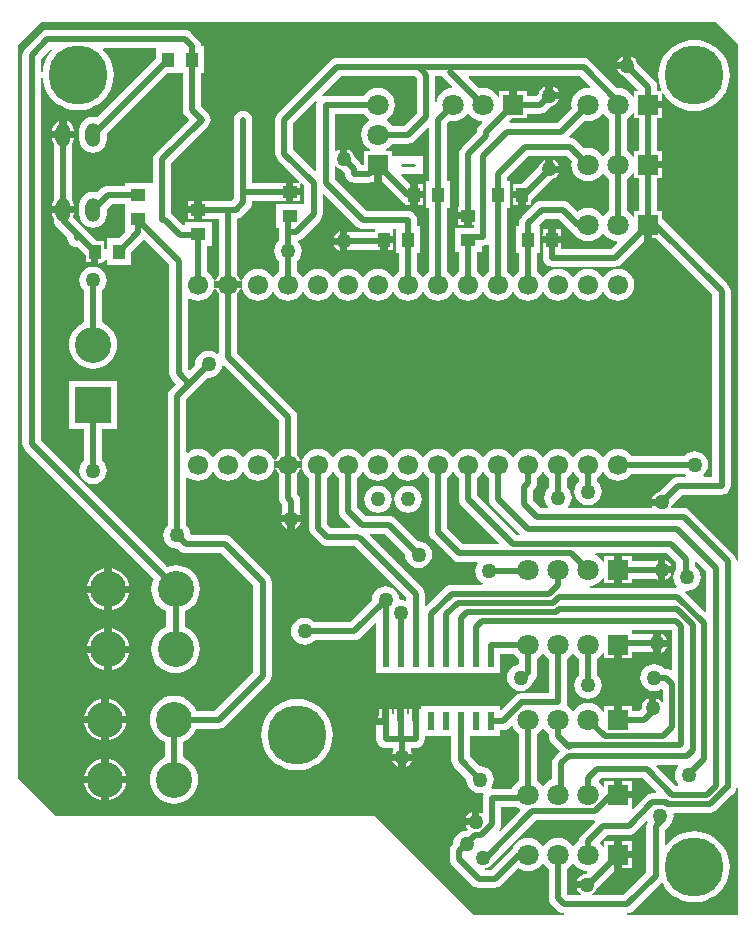
<source format=gbl>
G04 Layer_Physical_Order=2*
G04 Layer_Color=16711680*
%FSLAX24Y24*%
%MOIN*%
G70*
G01*
G75*
%ADD10R,0.0400X0.0500*%
%ADD11R,0.0500X0.0400*%
%ADD12C,0.0197*%
%ADD13C,0.0100*%
%ADD14C,0.1200*%
%ADD15C,0.1969*%
%ADD16C,0.0709*%
%ADD17R,0.0709X0.0709*%
%ADD18O,0.0500X0.0800*%
%ADD19R,0.0709X0.0709*%
%ADD20C,0.0669*%
%ADD21R,0.1200X0.1200*%
%ADD22C,0.0500*%
%ADD23R,0.0236X0.0606*%
G36*
X10489Y17286D02*
X10516Y17220D01*
X10605Y17105D01*
X10699Y17032D01*
Y15468D01*
X10605Y15395D01*
X10516Y15280D01*
X10483Y15201D01*
X9801D01*
X9788Y15214D01*
X9771Y15244D01*
X9793Y15273D01*
X9838Y15383D01*
X9854Y15500D01*
X9838Y15617D01*
X9793Y15727D01*
X9721Y15821D01*
X9627Y15893D01*
X9517Y15938D01*
X9400Y15954D01*
X9375Y15951D01*
X9051Y16275D01*
Y16947D01*
X10068D01*
Y17149D01*
X10168D01*
X10246Y17159D01*
X10319Y17189D01*
X10381Y17237D01*
X10440Y17296D01*
X10489Y17286D01*
D02*
G37*
G36*
X7533Y25730D02*
X7619Y25619D01*
X7699Y25557D01*
Y23750D01*
X7709Y23672D01*
X7739Y23600D01*
X7787Y23537D01*
X8484Y22840D01*
X8547Y22792D01*
X8619Y22762D01*
X8697Y22752D01*
X9308D01*
X9330Y22707D01*
X9307Y22677D01*
X9262Y22567D01*
X9246Y22450D01*
X9262Y22333D01*
X9307Y22223D01*
X9379Y22129D01*
X9473Y22057D01*
X9487Y22051D01*
X9477Y22001D01*
X8450D01*
X8372Y21991D01*
X8299Y21961D01*
X8237Y21913D01*
X7601Y21277D01*
X7551Y21297D01*
Y21700D01*
X7541Y21778D01*
X7511Y21851D01*
X7463Y21913D01*
X5723Y23653D01*
X5742Y23699D01*
X6225D01*
X6899Y23025D01*
X6896Y23000D01*
X6912Y22883D01*
X6957Y22773D01*
X7029Y22679D01*
X7123Y22607D01*
X7233Y22562D01*
X7350Y22546D01*
X7467Y22562D01*
X7577Y22607D01*
X7671Y22679D01*
X7743Y22773D01*
X7788Y22883D01*
X7804Y23000D01*
X7788Y23117D01*
X7743Y23227D01*
X7671Y23321D01*
X7577Y23393D01*
X7467Y23438D01*
X7350Y23454D01*
X7325Y23451D01*
X6563Y24213D01*
X6500Y24261D01*
X6428Y24291D01*
X6350Y24301D01*
X5575D01*
X5301Y24575D01*
Y25557D01*
X5381Y25619D01*
X5467Y25730D01*
X5475Y25750D01*
X5525D01*
X5533Y25730D01*
X5619Y25619D01*
X5730Y25533D01*
X5860Y25479D01*
X6000Y25461D01*
X6140Y25479D01*
X6270Y25533D01*
X6381Y25619D01*
X6467Y25730D01*
X6475Y25750D01*
X6525D01*
X6533Y25730D01*
X6619Y25619D01*
X6730Y25533D01*
X6860Y25479D01*
X7000Y25461D01*
X7140Y25479D01*
X7270Y25533D01*
X7381Y25619D01*
X7467Y25730D01*
X7475Y25750D01*
X7525D01*
X7533Y25730D01*
D02*
G37*
G36*
X14546Y35738D02*
Y35546D01*
X14699D01*
Y34454D01*
X14546D01*
Y34262D01*
X14496Y34252D01*
X14484Y34280D01*
X14395Y34395D01*
X14301Y34468D01*
Y35532D01*
X14395Y35605D01*
X14484Y35720D01*
X14496Y35748D01*
X14546Y35738D01*
D02*
G37*
G36*
X12456Y36118D02*
X12441Y36000D01*
X12460Y35855D01*
X12516Y35720D01*
X12605Y35605D01*
X12720Y35516D01*
X12855Y35460D01*
X13000Y35441D01*
X13145Y35460D01*
X13280Y35516D01*
X13395Y35605D01*
X13470Y35701D01*
X13478Y35705D01*
X13522D01*
X13530Y35701D01*
X13605Y35605D01*
X13699Y35532D01*
Y34468D01*
X13605Y34395D01*
X13530Y34299D01*
X13522Y34295D01*
X13478D01*
X13470Y34299D01*
X13395Y34395D01*
X13280Y34484D01*
X13145Y34540D01*
X13000Y34559D01*
X12855Y34540D01*
X12720Y34484D01*
X12647Y34428D01*
X12363Y34713D01*
X12300Y34761D01*
X12228Y34791D01*
X12150Y34801D01*
X11450D01*
X11372Y34791D01*
X11300Y34761D01*
X11237Y34713D01*
X10787Y34263D01*
X10739Y34200D01*
X10709Y34128D01*
X10699Y34050D01*
Y33950D01*
X10600D01*
Y33050D01*
X10699D01*
Y32443D01*
X10619Y32381D01*
X10533Y32270D01*
X10525Y32250D01*
X10475D01*
X10467Y32270D01*
X10381Y32381D01*
X10301Y32443D01*
Y34550D01*
X10400D01*
Y35450D01*
X10301D01*
Y35575D01*
X11025Y36299D01*
X12275D01*
X12456Y36118D01*
D02*
G37*
G36*
X15279Y15096D02*
X15260Y15049D01*
X15148D01*
X15071Y15039D01*
X14998Y15009D01*
X14936Y14961D01*
X14493Y14519D01*
X14454Y14551D01*
Y14880D01*
X14000D01*
Y15000D01*
X13880D01*
Y15454D01*
X13546D01*
Y15262D01*
X13496Y15252D01*
X13484Y15280D01*
X13395Y15395D01*
X13355Y15426D01*
X13352Y15476D01*
X13425Y15549D01*
X14825D01*
X15279Y15096D01*
D02*
G37*
G36*
X13533Y25730D02*
X13619Y25619D01*
X13730Y25533D01*
X13860Y25479D01*
X14000Y25461D01*
X14140Y25479D01*
X14270Y25533D01*
X14381Y25619D01*
X14443Y25699D01*
X16214D01*
X16229Y25679D01*
X16266Y25651D01*
X16249Y25601D01*
X16000D01*
X15922Y25591D01*
X15849Y25561D01*
X15787Y25513D01*
X15366Y25092D01*
X15359Y25091D01*
X15273Y25056D01*
X15200Y25000D01*
X15144Y24927D01*
X15121Y24870D01*
X15450D01*
Y24630D01*
X15121D01*
X15133Y24601D01*
X15101Y24551D01*
X12362D01*
X12338Y24601D01*
X12393Y24673D01*
X12438Y24783D01*
X12454Y24900D01*
X12438Y25017D01*
X12393Y25127D01*
X12321Y25221D01*
X12301Y25236D01*
Y25557D01*
X12381Y25619D01*
X12467Y25730D01*
X12475Y25750D01*
X12525D01*
X12533Y25730D01*
X12619Y25619D01*
X12699Y25557D01*
Y25436D01*
X12679Y25421D01*
X12607Y25327D01*
X12562Y25217D01*
X12546Y25100D01*
X12562Y24983D01*
X12607Y24873D01*
X12679Y24779D01*
X12773Y24707D01*
X12883Y24662D01*
X13000Y24646D01*
X13117Y24662D01*
X13227Y24707D01*
X13321Y24779D01*
X13393Y24873D01*
X13438Y24983D01*
X13454Y25100D01*
X13438Y25217D01*
X13393Y25327D01*
X13321Y25421D01*
X13301Y25436D01*
Y25557D01*
X13381Y25619D01*
X13467Y25730D01*
X13475Y25750D01*
X13525D01*
X13533Y25730D01*
D02*
G37*
G36*
X7699Y37208D02*
Y35450D01*
X7600D01*
Y34550D01*
X7699D01*
Y32443D01*
X7619Y32381D01*
X7533Y32270D01*
X7525Y32250D01*
X7475D01*
X7467Y32270D01*
X7381Y32381D01*
X7301Y32443D01*
Y33050D01*
X7400D01*
Y33950D01*
X7301D01*
Y34150D01*
X7291Y34228D01*
X7261Y34300D01*
X7213Y34363D01*
X7150Y34411D01*
X7078Y34441D01*
X7000Y34451D01*
X5625D01*
X4551Y35525D01*
Y35937D01*
X4582Y35947D01*
X4601Y35950D01*
X4673Y35894D01*
X4759Y35859D01*
X4766Y35858D01*
X4899Y35725D01*
Y35700D01*
X4909Y35622D01*
X4939Y35549D01*
X4987Y35487D01*
X5049Y35439D01*
X5122Y35409D01*
X5200Y35399D01*
X5700D01*
X5778Y35409D01*
X5850Y35439D01*
X5880Y35462D01*
Y36000D01*
X6120D01*
Y35454D01*
X6787Y34787D01*
X6849Y34739D01*
X6900Y34718D01*
Y34650D01*
X7080D01*
Y35000D01*
Y35350D01*
X7076D01*
X6772Y35654D01*
X6791Y35700D01*
X7500D01*
Y36300D01*
X6500D01*
X6500Y36300D01*
Y36300D01*
X6500Y36300D01*
X6454Y36310D01*
Y36454D01*
X6262D01*
X6252Y36504D01*
X6280Y36516D01*
X6395Y36605D01*
X6468Y36699D01*
X7000D01*
X7078Y36709D01*
X7150Y36739D01*
X7213Y36787D01*
X7653Y37227D01*
X7699Y37208D01*
D02*
G37*
G36*
X15949Y22725D02*
Y22532D01*
X15907Y22477D01*
X15862Y22367D01*
X15846Y22250D01*
X15862Y22133D01*
X15907Y22023D01*
X15962Y21951D01*
X15938Y21901D01*
X13080D01*
X13077Y21951D01*
X13145Y21960D01*
X13280Y22016D01*
X13395Y22105D01*
X13484Y22220D01*
X13496Y22248D01*
X13546Y22238D01*
Y22046D01*
X13880D01*
Y22500D01*
Y22954D01*
X13546D01*
Y22762D01*
X13496Y22752D01*
X13484Y22780D01*
X13395Y22895D01*
X13280Y22984D01*
X13245Y22999D01*
X13255Y23049D01*
X15626D01*
X15949Y22725D01*
D02*
G37*
G36*
X4533Y25730D02*
X4619Y25619D01*
X4699Y25557D01*
Y24450D01*
X4709Y24372D01*
X4739Y24299D01*
X4787Y24237D01*
X5080Y23944D01*
X5061Y23898D01*
X4425D01*
X4301Y24022D01*
Y25557D01*
X4381Y25619D01*
X4467Y25730D01*
X4475Y25750D01*
X4525D01*
X4533Y25730D01*
D02*
G37*
G36*
X15802Y19178D02*
X15757Y19155D01*
X15750Y19161D01*
X15678Y19191D01*
X15600Y19201D01*
X15536D01*
X15521Y19221D01*
X15427Y19293D01*
X15317Y19338D01*
X15200Y19354D01*
X15083Y19338D01*
X14973Y19293D01*
X14879Y19221D01*
X14807Y19127D01*
X14762Y19017D01*
X14746Y18900D01*
X14762Y18783D01*
X14807Y18673D01*
X14879Y18579D01*
X14973Y18507D01*
X15083Y18462D01*
X15200Y18446D01*
X15317Y18462D01*
X15427Y18507D01*
X15454Y18528D01*
X15499Y18506D01*
Y18099D01*
X15484Y18091D01*
X15449Y18085D01*
X15400Y18150D01*
X15327Y18206D01*
X15270Y18229D01*
Y17900D01*
X15030D01*
Y18229D01*
X14973Y18206D01*
X14900Y18150D01*
X14844Y18077D01*
X14809Y17991D01*
X14797Y17900D01*
X14800Y17876D01*
X14725Y17801D01*
X14454D01*
Y17954D01*
X14120D01*
Y17500D01*
X13880D01*
Y17954D01*
X13546D01*
Y17762D01*
X13496Y17752D01*
X13484Y17780D01*
X13395Y17895D01*
X13280Y17984D01*
X13145Y18040D01*
X13000Y18059D01*
X12855Y18040D01*
X12720Y17984D01*
X12605Y17895D01*
X12530Y17799D01*
X12522Y17795D01*
X12478D01*
X12470Y17799D01*
X12395Y17895D01*
X12283Y17982D01*
X12291Y18002D01*
X12301Y18080D01*
Y19532D01*
X12395Y19605D01*
X12470Y19701D01*
X12478Y19705D01*
X12522D01*
X12530Y19701D01*
X12605Y19605D01*
X12699Y19532D01*
Y18986D01*
X12679Y18971D01*
X12607Y18877D01*
X12562Y18767D01*
X12546Y18650D01*
X12562Y18533D01*
X12607Y18423D01*
X12679Y18329D01*
X12773Y18257D01*
X12883Y18212D01*
X13000Y18196D01*
X13117Y18212D01*
X13227Y18257D01*
X13321Y18329D01*
X13393Y18423D01*
X13438Y18533D01*
X13454Y18650D01*
X13438Y18767D01*
X13393Y18877D01*
X13321Y18971D01*
X13301Y18986D01*
Y19532D01*
X13395Y19605D01*
X13484Y19720D01*
X13496Y19748D01*
X13546Y19738D01*
Y19546D01*
X13880D01*
Y20000D01*
X14120D01*
Y19546D01*
X14454D01*
Y19749D01*
X15117D01*
X15123Y19744D01*
X15180Y19721D01*
Y20050D01*
Y20379D01*
X15123Y20356D01*
X15117Y20351D01*
X14454D01*
Y20454D01*
X14454D01*
X14467Y20499D01*
X15802D01*
Y19178D01*
D02*
G37*
G36*
X5287Y33937D02*
X5350Y33889D01*
X5422Y33859D01*
X5500Y33849D01*
X5900D01*
Y33751D01*
X5033D01*
X5027Y33756D01*
X4970Y33779D01*
Y33450D01*
Y33121D01*
X5027Y33144D01*
X5033Y33149D01*
X6080D01*
Y33500D01*
X6200D01*
Y33620D01*
X6500D01*
Y33849D01*
X6600D01*
Y33050D01*
X6699D01*
Y32443D01*
X6619Y32381D01*
X6533Y32270D01*
X6525Y32250D01*
X6475D01*
X6467Y32270D01*
X6381Y32381D01*
X6270Y32467D01*
X6140Y32521D01*
X6000Y32539D01*
X5860Y32521D01*
X5730Y32467D01*
X5619Y32381D01*
X5533Y32270D01*
X5525Y32250D01*
X5475D01*
X5467Y32270D01*
X5381Y32381D01*
X5270Y32467D01*
X5140Y32521D01*
X5000Y32539D01*
X4860Y32521D01*
X4730Y32467D01*
X4619Y32381D01*
X4533Y32270D01*
X4525Y32250D01*
X4475D01*
X4467Y32270D01*
X4381Y32381D01*
X4270Y32467D01*
X4140Y32521D01*
X4000Y32539D01*
X3860Y32521D01*
X3730Y32467D01*
X3619Y32381D01*
X3533Y32270D01*
X3525Y32250D01*
X3475D01*
X3467Y32270D01*
X3381Y32381D01*
X3301Y32443D01*
Y32789D01*
X3321Y32804D01*
X3393Y32898D01*
X3438Y33008D01*
X3454Y33125D01*
X3438Y33242D01*
X3393Y33352D01*
X3346Y33413D01*
X3363Y33474D01*
X3401Y33489D01*
X3463Y33537D01*
X4063Y34137D01*
X4111Y34200D01*
X4141Y34272D01*
X4151Y34350D01*
Y35008D01*
X4197Y35027D01*
X5287Y33937D01*
D02*
G37*
G36*
X9699Y33320D02*
Y32443D01*
X9619Y32381D01*
X9533Y32270D01*
X9525Y32250D01*
X9475D01*
X9467Y32270D01*
X9381Y32381D01*
X9301Y32443D01*
Y33100D01*
X9450D01*
Y33299D01*
X9500D01*
X9578Y33309D01*
X9650Y33339D01*
X9654Y33342D01*
X9699Y33320D01*
D02*
G37*
G36*
X16012Y15949D02*
X15957Y15877D01*
X15912Y15767D01*
X15896Y15650D01*
X15912Y15533D01*
X15957Y15423D01*
X16012Y15351D01*
X15988Y15301D01*
X15925D01*
X15273Y15953D01*
X15292Y15999D01*
X15988D01*
X16012Y15949D01*
D02*
G37*
G36*
X11530Y17201D02*
X11605Y17105D01*
X11699Y17032D01*
Y16947D01*
X11709Y16869D01*
X11739Y16796D01*
X11787Y16734D01*
X12073Y16448D01*
X11887Y16263D01*
X11839Y16200D01*
X11809Y16128D01*
X11799Y16050D01*
Y15517D01*
X11720Y15484D01*
X11605Y15395D01*
X11530Y15299D01*
X11522Y15295D01*
X11478D01*
X11470Y15299D01*
X11395Y15395D01*
X11301Y15468D01*
Y17032D01*
X11395Y17105D01*
X11470Y17201D01*
X11478Y17205D01*
X11522D01*
X11530Y17201D01*
D02*
G37*
G36*
X9533Y25730D02*
X9619Y25619D01*
X9699Y25557D01*
Y24850D01*
X9709Y24772D01*
X9739Y24699D01*
X9787Y24637D01*
X10728Y23697D01*
X10708Y23651D01*
X10625D01*
X9301Y24975D01*
Y25557D01*
X9381Y25619D01*
X9467Y25730D01*
X9475Y25750D01*
X9525D01*
X9533Y25730D01*
D02*
G37*
G36*
X8533D02*
X8619Y25619D01*
X8699Y25557D01*
Y24850D01*
X8709Y24772D01*
X8739Y24699D01*
X8787Y24637D01*
X10024Y23400D01*
X10005Y23354D01*
X8822D01*
X8301Y23875D01*
Y25557D01*
X8381Y25619D01*
X8467Y25730D01*
X8475Y25750D01*
X8525D01*
X8533Y25730D01*
D02*
G37*
G36*
X13530Y37701D02*
X13605Y37605D01*
X13699Y37532D01*
Y36468D01*
X13605Y36395D01*
X13530Y36299D01*
X13522Y36295D01*
X13478D01*
X13470Y36299D01*
X13395Y36395D01*
X13280Y36484D01*
X13145Y36540D01*
X13000Y36559D01*
X12882Y36544D01*
X12613Y36813D01*
X12550Y36861D01*
X12478Y36891D01*
X12400Y36901D01*
X12392D01*
X12373Y36947D01*
X12882Y37456D01*
X13000Y37441D01*
X13145Y37460D01*
X13280Y37516D01*
X13395Y37605D01*
X13470Y37701D01*
X13478Y37705D01*
X13522D01*
X13530Y37701D01*
D02*
G37*
G36*
X18000Y40000D02*
Y22800D01*
X17950Y22797D01*
X17941Y22868D01*
X17911Y22940D01*
X17863Y23002D01*
X16402Y24463D01*
X16340Y24511D01*
X16268Y24541D01*
X16190Y24551D01*
X15799D01*
X15767Y24601D01*
X15791Y24659D01*
X15792Y24666D01*
X16125Y24999D01*
X17450D01*
X17528Y25009D01*
X17601Y25039D01*
X17663Y25087D01*
X17711Y25150D01*
X17741Y25222D01*
X17751Y25300D01*
Y31790D01*
X17741Y31868D01*
X17711Y31941D01*
X17663Y32003D01*
X15454Y34211D01*
Y34454D01*
X15301D01*
Y35546D01*
X15454D01*
Y35880D01*
X15000D01*
Y36120D01*
X15454D01*
Y36454D01*
X15301D01*
Y37546D01*
X15454D01*
Y37880D01*
X15000D01*
Y38120D01*
X15454D01*
Y38378D01*
X15504Y38392D01*
X15574Y38278D01*
X15695Y38136D01*
X15837Y38015D01*
X15996Y37918D01*
X16168Y37847D01*
X16350Y37803D01*
X16535Y37788D01*
X16721Y37803D01*
X16903Y37847D01*
X17075Y37918D01*
X17234Y38015D01*
X17375Y38136D01*
X17496Y38278D01*
X17594Y38437D01*
X17665Y38609D01*
X17709Y38791D01*
X17723Y38976D01*
X17709Y39162D01*
X17665Y39343D01*
X17594Y39516D01*
X17496Y39675D01*
X17375Y39816D01*
X17234Y39937D01*
X17075Y40035D01*
X16903Y40106D01*
X16721Y40150D01*
X16535Y40164D01*
X16350Y40150D01*
X16168Y40106D01*
X15996Y40035D01*
X15837Y39937D01*
X15695Y39816D01*
X15574Y39675D01*
X15477Y39516D01*
X15406Y39343D01*
X15362Y39162D01*
X15348Y38976D01*
X15362Y38791D01*
X15406Y38609D01*
X15449Y38504D01*
X15416Y38454D01*
X15301D01*
Y38600D01*
X15291Y38678D01*
X15261Y38751D01*
X15213Y38813D01*
X14642Y39384D01*
X14641Y39391D01*
X14606Y39477D01*
X14550Y39550D01*
X14477Y39606D01*
X14420Y39629D01*
Y39300D01*
X14300D01*
Y39180D01*
X13971D01*
X13994Y39123D01*
X14050Y39050D01*
X14123Y38994D01*
X14209Y38959D01*
X14216Y38958D01*
X14670Y38504D01*
X14649Y38454D01*
X14546D01*
Y38262D01*
X14496Y38252D01*
X14484Y38280D01*
X14395Y38395D01*
X14280Y38484D01*
X14145Y38540D01*
X14000Y38559D01*
X13970Y38555D01*
X13063Y39463D01*
X13001Y39511D01*
X12928Y39541D01*
X12850Y39551D01*
X4628D01*
X4550Y39541D01*
X4477Y39511D01*
X4415Y39463D01*
X2665Y37713D01*
X2617Y37650D01*
X2587Y37578D01*
X2577Y37500D01*
Y36372D01*
X2587Y36294D01*
X2617Y36222D01*
X2665Y36159D01*
X3374Y35450D01*
X3354Y35400D01*
X3170D01*
Y35220D01*
X3400D01*
Y35354D01*
X3450Y35374D01*
X3549Y35275D01*
Y34702D01*
X3500Y34700D01*
X3500Y34700D01*
X3500Y34700D01*
X2600D01*
Y33900D01*
X2699D01*
Y33461D01*
X2679Y33446D01*
X2607Y33352D01*
X2562Y33242D01*
X2546Y33125D01*
X2562Y33008D01*
X2607Y32898D01*
X2679Y32804D01*
X2699Y32789D01*
Y32443D01*
X2619Y32381D01*
X2533Y32270D01*
X2525Y32250D01*
X2475D01*
X2467Y32270D01*
X2381Y32381D01*
X2270Y32467D01*
X2140Y32521D01*
X2000Y32539D01*
X1860Y32521D01*
X1730Y32467D01*
X1619Y32381D01*
X1533Y32270D01*
X1479Y32140D01*
X1475Y32107D01*
X1475D01*
X1461Y32000D01*
X1475Y31893D01*
X1475D01*
X1479Y31860D01*
X1533Y31730D01*
X1619Y31619D01*
X1730Y31533D01*
X1860Y31479D01*
X2000Y31461D01*
X2140Y31479D01*
X2270Y31533D01*
X2381Y31619D01*
X2467Y31730D01*
X2475Y31750D01*
X2525D01*
X2533Y31730D01*
X2619Y31619D01*
X2730Y31533D01*
X2860Y31479D01*
X3000Y31461D01*
X3140Y31479D01*
X3270Y31533D01*
X3381Y31619D01*
X3467Y31730D01*
X3475Y31750D01*
X3525D01*
X3533Y31730D01*
X3619Y31619D01*
X3730Y31533D01*
X3860Y31479D01*
X4000Y31461D01*
X4140Y31479D01*
X4270Y31533D01*
X4381Y31619D01*
X4467Y31730D01*
X4475Y31750D01*
X4525D01*
X4533Y31730D01*
X4619Y31619D01*
X4730Y31533D01*
X4860Y31479D01*
X5000Y31461D01*
X5140Y31479D01*
X5270Y31533D01*
X5381Y31619D01*
X5467Y31730D01*
X5475Y31750D01*
X5525D01*
X5533Y31730D01*
X5619Y31619D01*
X5730Y31533D01*
X5860Y31479D01*
X6000Y31461D01*
X6140Y31479D01*
X6270Y31533D01*
X6381Y31619D01*
X6467Y31730D01*
X6475Y31750D01*
X6525D01*
X6533Y31730D01*
X6619Y31619D01*
X6730Y31533D01*
X6860Y31479D01*
X7000Y31461D01*
X7140Y31479D01*
X7270Y31533D01*
X7381Y31619D01*
X7467Y31730D01*
X7475Y31750D01*
X7525D01*
X7533Y31730D01*
X7619Y31619D01*
X7730Y31533D01*
X7860Y31479D01*
X8000Y31461D01*
X8140Y31479D01*
X8270Y31533D01*
X8381Y31619D01*
X8467Y31730D01*
X8475Y31750D01*
X8525D01*
X8533Y31730D01*
X8619Y31619D01*
X8730Y31533D01*
X8860Y31479D01*
X9000Y31461D01*
X9140Y31479D01*
X9270Y31533D01*
X9381Y31619D01*
X9467Y31730D01*
X9475Y31750D01*
X9525D01*
X9533Y31730D01*
X9619Y31619D01*
X9730Y31533D01*
X9860Y31479D01*
X10000Y31461D01*
X10140Y31479D01*
X10270Y31533D01*
X10381Y31619D01*
X10467Y31730D01*
X10475Y31750D01*
X10525D01*
X10533Y31730D01*
X10619Y31619D01*
X10730Y31533D01*
X10860Y31479D01*
X11000Y31461D01*
X11140Y31479D01*
X11270Y31533D01*
X11381Y31619D01*
X11467Y31730D01*
X11475Y31750D01*
X11525D01*
X11533Y31730D01*
X11619Y31619D01*
X11730Y31533D01*
X11860Y31479D01*
X12000Y31461D01*
X12140Y31479D01*
X12270Y31533D01*
X12381Y31619D01*
X12467Y31730D01*
X12475Y31750D01*
X12525D01*
X12533Y31730D01*
X12619Y31619D01*
X12730Y31533D01*
X12860Y31479D01*
X13000Y31461D01*
X13140Y31479D01*
X13270Y31533D01*
X13381Y31619D01*
X13467Y31730D01*
X13475Y31750D01*
X13525D01*
X13533Y31730D01*
X13619Y31619D01*
X13730Y31533D01*
X13860Y31479D01*
X14000Y31461D01*
X14140Y31479D01*
X14270Y31533D01*
X14381Y31619D01*
X14467Y31730D01*
X14521Y31860D01*
X14539Y32000D01*
X14521Y32140D01*
X14467Y32270D01*
X14381Y32381D01*
X14270Y32467D01*
X14140Y32521D01*
X14000Y32539D01*
X13860Y32521D01*
X13730Y32467D01*
X13619Y32381D01*
X13533Y32270D01*
X13525Y32250D01*
X13475D01*
X13467Y32270D01*
X13381Y32381D01*
X13270Y32467D01*
X13140Y32521D01*
X13000Y32539D01*
X12860Y32521D01*
X12730Y32467D01*
X12619Y32381D01*
X12533Y32270D01*
X12525Y32250D01*
X12475D01*
X12467Y32270D01*
X12381Y32381D01*
X12270Y32467D01*
X12140Y32521D01*
X12000Y32539D01*
X11860Y32521D01*
X11730Y32467D01*
X11619Y32381D01*
X11533Y32270D01*
X11525Y32250D01*
X11475D01*
X11467Y32270D01*
X11381Y32381D01*
X11301Y32443D01*
Y33050D01*
X11400D01*
Y33539D01*
X11400Y33539D01*
Y33561D01*
X11400Y33561D01*
Y33950D01*
X11391D01*
X11372Y33996D01*
X11575Y34199D01*
X12025D01*
X12437Y33787D01*
X12500Y33739D01*
X12510Y33735D01*
X12516Y33720D01*
X12605Y33605D01*
X12720Y33516D01*
X12855Y33460D01*
X13000Y33441D01*
X13145Y33460D01*
X13280Y33516D01*
X13395Y33605D01*
X13470Y33701D01*
X13478Y33705D01*
X13522D01*
X13530Y33701D01*
X13605Y33605D01*
X13720Y33516D01*
X13855Y33460D01*
X13951Y33447D01*
X13969Y33395D01*
X13775Y33201D01*
X12101D01*
Y33380D01*
X11499D01*
Y32900D01*
X11509Y32822D01*
X11539Y32750D01*
X11587Y32687D01*
X11650Y32639D01*
X11722Y32609D01*
X11800Y32599D01*
X13900D01*
X13978Y32609D01*
X14051Y32639D01*
X14113Y32687D01*
X14880Y33454D01*
Y34000D01*
X15120D01*
Y33546D01*
X15269D01*
X17149Y31665D01*
Y25601D01*
X16851D01*
X16834Y25651D01*
X16871Y25679D01*
X16943Y25773D01*
X16988Y25883D01*
X17004Y26000D01*
X16988Y26117D01*
X16943Y26227D01*
X16871Y26321D01*
X16777Y26393D01*
X16667Y26438D01*
X16550Y26454D01*
X16433Y26438D01*
X16323Y26393D01*
X16229Y26321D01*
X16214Y26301D01*
X14443D01*
X14381Y26381D01*
X14270Y26467D01*
X14140Y26521D01*
X14000Y26539D01*
X13860Y26521D01*
X13730Y26467D01*
X13619Y26381D01*
X13533Y26270D01*
X13525Y26250D01*
X13475D01*
X13467Y26270D01*
X13381Y26381D01*
X13270Y26467D01*
X13140Y26521D01*
X13000Y26539D01*
X12860Y26521D01*
X12730Y26467D01*
X12619Y26381D01*
X12533Y26270D01*
X12525Y26250D01*
X12475D01*
X12467Y26270D01*
X12381Y26381D01*
X12270Y26467D01*
X12140Y26521D01*
X12000Y26539D01*
X11860Y26521D01*
X11730Y26467D01*
X11619Y26381D01*
X11533Y26270D01*
X11525Y26250D01*
X11475D01*
X11467Y26270D01*
X11381Y26381D01*
X11270Y26467D01*
X11140Y26521D01*
X11000Y26539D01*
X10860Y26521D01*
X10730Y26467D01*
X10619Y26381D01*
X10533Y26270D01*
X10525Y26250D01*
X10475D01*
X10467Y26270D01*
X10381Y26381D01*
X10270Y26467D01*
X10140Y26521D01*
X10000Y26539D01*
X9860Y26521D01*
X9730Y26467D01*
X9619Y26381D01*
X9533Y26270D01*
X9525Y26250D01*
X9475D01*
X9467Y26270D01*
X9381Y26381D01*
X9270Y26467D01*
X9140Y26521D01*
X9000Y26539D01*
X8860Y26521D01*
X8730Y26467D01*
X8619Y26381D01*
X8533Y26270D01*
X8525Y26250D01*
X8475D01*
X8467Y26270D01*
X8381Y26381D01*
X8270Y26467D01*
X8140Y26521D01*
X8000Y26539D01*
X7860Y26521D01*
X7730Y26467D01*
X7619Y26381D01*
X7533Y26270D01*
X7525Y26250D01*
X7475D01*
X7467Y26270D01*
X7381Y26381D01*
X7270Y26467D01*
X7140Y26521D01*
X7000Y26539D01*
X6860Y26521D01*
X6730Y26467D01*
X6619Y26381D01*
X6533Y26270D01*
X6525Y26250D01*
X6475D01*
X6467Y26270D01*
X6381Y26381D01*
X6270Y26467D01*
X6140Y26521D01*
X6000Y26539D01*
X5860Y26521D01*
X5730Y26467D01*
X5619Y26381D01*
X5533Y26270D01*
X5525Y26250D01*
X5475D01*
X5467Y26270D01*
X5381Y26381D01*
X5270Y26467D01*
X5140Y26521D01*
X5000Y26539D01*
X4860Y26521D01*
X4730Y26467D01*
X4619Y26381D01*
X4533Y26270D01*
X4525Y26250D01*
X4475D01*
X4467Y26270D01*
X4381Y26381D01*
X4270Y26467D01*
X4140Y26521D01*
X4000Y26539D01*
X3860Y26521D01*
X3730Y26467D01*
X3619Y26381D01*
X3533Y26270D01*
X3479Y26140D01*
X3475Y26107D01*
X3475D01*
X3461Y26000D01*
X3475Y25893D01*
X3475D01*
X3479Y25860D01*
X3533Y25730D01*
X3619Y25619D01*
X3699Y25557D01*
Y23897D01*
X3709Y23819D01*
X3739Y23746D01*
X3787Y23684D01*
X4087Y23384D01*
X4150Y23336D01*
X4222Y23306D01*
X4300Y23296D01*
X5211D01*
X5219Y23289D01*
X5246Y23278D01*
X6949Y21575D01*
Y21500D01*
X6907Y21472D01*
X6867Y21488D01*
X6750Y21504D01*
X6698Y21547D01*
X6688Y21617D01*
X6643Y21727D01*
X6571Y21821D01*
X6477Y21893D01*
X6367Y21938D01*
X6250Y21954D01*
X6133Y21938D01*
X6023Y21893D01*
X5929Y21821D01*
X5857Y21727D01*
X5812Y21617D01*
X5796Y21500D01*
X5799Y21475D01*
X5075Y20751D01*
X3886D01*
X3871Y20771D01*
X3777Y20843D01*
X3667Y20888D01*
X3550Y20904D01*
X3433Y20888D01*
X3323Y20843D01*
X3229Y20771D01*
X3157Y20677D01*
X3112Y20567D01*
X3096Y20450D01*
X3112Y20333D01*
X3157Y20223D01*
X3229Y20129D01*
X3323Y20057D01*
X3433Y20012D01*
X3550Y19996D01*
X3667Y20012D01*
X3777Y20057D01*
X3871Y20129D01*
X3886Y20149D01*
X5200D01*
X5278Y20159D01*
X5350Y20189D01*
X5413Y20237D01*
X5903Y20727D01*
X5949Y20708D01*
Y20053D01*
X5932D01*
Y19047D01*
X10068D01*
Y19699D01*
X10532D01*
X10605Y19605D01*
X10699Y19532D01*
Y19347D01*
X10633Y19338D01*
X10523Y19293D01*
X10429Y19221D01*
X10357Y19127D01*
X10312Y19017D01*
X10296Y18900D01*
X10312Y18783D01*
X10357Y18673D01*
X10429Y18579D01*
X10523Y18507D01*
X10633Y18462D01*
X10750Y18446D01*
X10867Y18462D01*
X10977Y18507D01*
X11071Y18579D01*
X11143Y18673D01*
X11188Y18783D01*
X11194Y18822D01*
X11213Y18837D01*
X11261Y18900D01*
X11291Y18972D01*
X11301Y19050D01*
Y19532D01*
X11395Y19605D01*
X11470Y19701D01*
X11478Y19705D01*
X11522D01*
X11530Y19701D01*
X11605Y19605D01*
X11699Y19532D01*
Y18381D01*
X10771D01*
X10693Y18370D01*
X10621Y18340D01*
X10558Y18293D01*
X10510Y18230D01*
X10502Y18209D01*
X10114Y17822D01*
X10068Y17841D01*
Y17953D01*
X7432D01*
Y17853D01*
X7370D01*
Y17450D01*
X7130D01*
Y17853D01*
X7032D01*
Y17701D01*
X6982Y17680D01*
X6968Y17694D01*
Y17853D01*
X6870D01*
Y17450D01*
X6630D01*
Y17853D01*
X6532D01*
Y17701D01*
X6482Y17680D01*
X6468Y17694D01*
Y17853D01*
X6370D01*
Y17450D01*
X6250D01*
Y17330D01*
X5949D01*
Y16850D01*
X5959Y16772D01*
X5989Y16700D01*
X6037Y16637D01*
X6100Y16589D01*
X6172Y16559D01*
X6250Y16549D01*
X6499D01*
Y16433D01*
X6494Y16427D01*
X6471Y16370D01*
X7129D01*
X7106Y16427D01*
X7101Y16433D01*
Y16549D01*
X7250D01*
X7328Y16559D01*
X7401Y16589D01*
X7463Y16637D01*
X7511Y16700D01*
X7541Y16772D01*
X7551Y16850D01*
Y16947D01*
X8449D01*
Y16150D01*
X8459Y16072D01*
X8489Y15999D01*
X8537Y15937D01*
X8949Y15525D01*
X8946Y15500D01*
X8962Y15383D01*
X9007Y15273D01*
X9079Y15179D01*
X9173Y15107D01*
X9283Y15062D01*
X9400Y15046D01*
X9488Y15058D01*
X9523Y15012D01*
X9509Y14978D01*
X9499Y14900D01*
Y14407D01*
X9454Y14385D01*
X9427Y14406D01*
X9370Y14429D01*
Y14100D01*
X9250D01*
Y13980D01*
X8921D01*
X8944Y13923D01*
X8998Y13854D01*
X8948Y13804D01*
X8833Y13788D01*
X8723Y13743D01*
X8629Y13671D01*
X8557Y13577D01*
X8512Y13467D01*
X8496Y13352D01*
X8487Y13343D01*
X8439Y13281D01*
X8409Y13208D01*
X8399Y13130D01*
Y12850D01*
X8409Y12772D01*
X8439Y12700D01*
X8487Y12637D01*
X9137Y11987D01*
X9200Y11939D01*
X9272Y11909D01*
X9350Y11899D01*
X9900D01*
X9978Y11909D01*
X10050Y11939D01*
X10113Y11987D01*
X10676Y12550D01*
X10720Y12516D01*
X10855Y12460D01*
X11000Y12441D01*
X11145Y12460D01*
X11280Y12516D01*
X11395Y12605D01*
X11470Y12701D01*
X11478Y12705D01*
X11522D01*
X11530Y12701D01*
X11605Y12605D01*
X11699Y12532D01*
Y11550D01*
X11709Y11472D01*
X11739Y11400D01*
X11787Y11337D01*
X11987Y11137D01*
X12049Y11089D01*
X12122Y11059D01*
X12192Y11050D01*
X12189Y11000D01*
X9200D01*
X5900Y14300D01*
X-4750D01*
X-6000Y15550D01*
Y40000D01*
X-5250Y40750D01*
X17250D01*
X18000Y40000D01*
D02*
G37*
G36*
X7299Y38875D02*
Y37725D01*
X6875Y37301D01*
X6468D01*
X6395Y37395D01*
X6299Y37470D01*
X6295Y37478D01*
Y37522D01*
X6299Y37530D01*
X6395Y37605D01*
X6484Y37720D01*
X6540Y37855D01*
X6559Y38000D01*
X6540Y38145D01*
X6484Y38280D01*
X6395Y38395D01*
X6280Y38484D01*
X6145Y38540D01*
X6000Y38559D01*
X5855Y38540D01*
X5720Y38484D01*
X5605Y38395D01*
X5532Y38301D01*
X4250D01*
X4172Y38291D01*
X4160Y38286D01*
X4132Y38328D01*
X4753Y38949D01*
X7225D01*
X7299Y38875D01*
D02*
G37*
G36*
X9030Y37701D02*
X9105Y37605D01*
X9220Y37516D01*
X9355Y37460D01*
X9451Y37447D01*
X9469Y37395D01*
X9387Y37313D01*
X9339Y37250D01*
X9309Y37178D01*
X9299Y37100D01*
Y37075D01*
X8787Y36563D01*
X8739Y36500D01*
X8709Y36428D01*
X8699Y36350D01*
Y34600D01*
X8650D01*
Y34420D01*
X9000D01*
Y34300D01*
X9120D01*
Y34000D01*
X9199D01*
Y33901D01*
X9100D01*
X9092Y33900D01*
X8550D01*
Y33100D01*
X8699D01*
Y32443D01*
X8619Y32381D01*
X8533Y32270D01*
X8525Y32250D01*
X8475D01*
X8467Y32270D01*
X8381Y32381D01*
X8301Y32443D01*
Y34550D01*
X8400D01*
Y35450D01*
X8301D01*
Y37375D01*
X8382Y37456D01*
X8500Y37441D01*
X8645Y37460D01*
X8780Y37516D01*
X8895Y37605D01*
X8970Y37701D01*
X8978Y37705D01*
X9022D01*
X9030Y37701D01*
D02*
G37*
G36*
X13078Y38597D02*
X13056Y38552D01*
X13000Y38559D01*
X12855Y38540D01*
X12720Y38484D01*
X12605Y38395D01*
X12516Y38280D01*
X12460Y38145D01*
X12441Y38000D01*
X12456Y37882D01*
X11975Y37401D01*
X10392D01*
X10373Y37447D01*
X10471Y37546D01*
X10954D01*
Y37699D01*
X11400D01*
X11478Y37709D01*
X11551Y37739D01*
X11613Y37787D01*
X11784Y37958D01*
X11791Y37959D01*
X11877Y37994D01*
X11950Y38050D01*
X12006Y38123D01*
X12029Y38180D01*
X11700D01*
Y38300D01*
X11580D01*
Y38629D01*
X11523Y38606D01*
X11450Y38550D01*
X11394Y38477D01*
X11359Y38391D01*
X11358Y38384D01*
X11275Y38301D01*
X10954D01*
Y38454D01*
X10620D01*
Y38000D01*
X10380D01*
Y38454D01*
X10046D01*
Y38262D01*
X9996Y38252D01*
X9984Y38280D01*
X9895Y38395D01*
X9780Y38484D01*
X9645Y38540D01*
X9500Y38559D01*
X9382Y38544D01*
X9023Y38903D01*
X9042Y38949D01*
X12725D01*
X13078Y38597D01*
D02*
G37*
G36*
X18000Y15239D02*
Y11000D01*
X14311D01*
X14308Y11050D01*
X14378Y11059D01*
X14451Y11089D01*
X14513Y11137D01*
X15426Y12051D01*
X15440Y12053D01*
X15488Y12041D01*
X15574Y11900D01*
X15695Y11758D01*
X15837Y11637D01*
X15996Y11540D01*
X16168Y11469D01*
X16350Y11425D01*
X16535Y11411D01*
X16721Y11425D01*
X16903Y11469D01*
X17075Y11540D01*
X17234Y11637D01*
X17375Y11758D01*
X17496Y11900D01*
X17594Y12059D01*
X17665Y12231D01*
X17709Y12413D01*
X17723Y12598D01*
X17709Y12784D01*
X17665Y12966D01*
X17594Y13138D01*
X17496Y13297D01*
X17375Y13438D01*
X17234Y13559D01*
X17075Y13657D01*
X16903Y13728D01*
X16721Y13772D01*
X16535Y13786D01*
X16350Y13772D01*
X16168Y13728D01*
X15996Y13657D01*
X15837Y13559D01*
X15695Y13438D01*
X15601Y13328D01*
X15551Y13346D01*
Y13825D01*
X15651Y13926D01*
X15721Y13979D01*
X15793Y14073D01*
X15838Y14183D01*
X15854Y14300D01*
X15845Y14365D01*
X15878Y14402D01*
X17073D01*
X17151Y14412D01*
X17223Y14442D01*
X17286Y14490D01*
X17774Y14978D01*
X17801Y14989D01*
X17863Y15037D01*
X17911Y15100D01*
X17941Y15172D01*
X17950Y15242D01*
X18000Y15239D01*
D02*
G37*
G36*
X8187Y38887D02*
X8469Y38605D01*
X8451Y38553D01*
X8355Y38540D01*
X8220Y38484D01*
X8105Y38395D01*
X8016Y38280D01*
X7960Y38145D01*
X7951Y38077D01*
X7901Y38080D01*
Y38949D01*
X8140D01*
X8187Y38887D01*
D02*
G37*
G36*
X12530Y12701D02*
X12605Y12605D01*
X12720Y12516D01*
X12855Y12460D01*
X12951Y12447D01*
X12969Y12395D01*
X12924Y12350D01*
X12859Y12341D01*
X12773Y12306D01*
X12700Y12250D01*
X12644Y12177D01*
X12621Y12120D01*
X12950D01*
Y11880D01*
X12621D01*
X12644Y11823D01*
X12700Y11750D01*
X12765Y11701D01*
X12759Y11666D01*
X12751Y11651D01*
X12325D01*
X12301Y11675D01*
Y12532D01*
X12395Y12605D01*
X12470Y12701D01*
X12478Y12705D01*
X12522D01*
X12530Y12701D01*
D02*
G37*
G36*
X14984Y14088D02*
X14959Y14028D01*
X14949Y13950D01*
Y12425D01*
X14175Y11651D01*
X13149D01*
X13141Y11666D01*
X13135Y11701D01*
X13200Y11750D01*
X13256Y11823D01*
X13260Y11835D01*
X13880Y12454D01*
Y13000D01*
Y13454D01*
X13546D01*
Y13262D01*
X13496Y13252D01*
X13484Y13280D01*
X13395Y13395D01*
X13394Y13418D01*
X13625Y13649D01*
X14350D01*
X14428Y13659D01*
X14500Y13689D01*
X14563Y13737D01*
X14942Y14116D01*
X14984Y14088D01*
D02*
G37*
G36*
X3964Y38090D02*
X3959Y38078D01*
X3949Y38000D01*
Y35792D01*
X3903Y35773D01*
X3179Y36497D01*
Y37375D01*
X3922Y38118D01*
X3964Y38090D01*
D02*
G37*
G36*
X11533Y25730D02*
X11619Y25619D01*
X11699Y25557D01*
Y25236D01*
X11679Y25221D01*
X11607Y25127D01*
X11562Y25017D01*
X11546Y24900D01*
X11562Y24783D01*
X11607Y24673D01*
X11662Y24601D01*
X11638Y24551D01*
X11425D01*
X11151Y24825D01*
Y25125D01*
X11213Y25187D01*
X11261Y25250D01*
X11291Y25322D01*
X11301Y25400D01*
Y25557D01*
X11381Y25619D01*
X11467Y25730D01*
X11475Y25750D01*
X11525D01*
X11533Y25730D01*
D02*
G37*
G36*
X10720Y14516D02*
X10728Y14510D01*
X10734Y14459D01*
X10071Y13797D01*
X10033Y13830D01*
X10061Y13865D01*
X10091Y13938D01*
X10101Y14016D01*
Y14599D01*
X10612D01*
X10720Y14516D01*
D02*
G37*
G36*
X13221Y14096D02*
X12787Y13663D01*
X12739Y13600D01*
X12709Y13528D01*
X12702Y13470D01*
X12605Y13395D01*
X12530Y13299D01*
X12522Y13295D01*
X12478D01*
X12470Y13299D01*
X12395Y13395D01*
X12280Y13484D01*
X12145Y13540D01*
X12000Y13559D01*
X11855Y13540D01*
X11720Y13484D01*
X11605Y13395D01*
X11530Y13299D01*
X11522Y13295D01*
X11478D01*
X11470Y13299D01*
X11395Y13395D01*
X11280Y13484D01*
X11145Y13540D01*
X11000Y13559D01*
X10855Y13540D01*
X10720Y13484D01*
X10605Y13395D01*
X10516Y13280D01*
X10489Y13214D01*
X10487Y13213D01*
X9775Y12501D01*
X9568D01*
X9565Y12551D01*
X9628Y12559D01*
X9700Y12589D01*
X9763Y12637D01*
X11272Y14146D01*
X13200D01*
X13221Y14096D01*
D02*
G37*
G36*
X14546Y37738D02*
Y37546D01*
X14699D01*
Y36454D01*
X14546D01*
Y36262D01*
X14496Y36252D01*
X14484Y36280D01*
X14395Y36395D01*
X14301Y36468D01*
Y37532D01*
X14395Y37605D01*
X14484Y37720D01*
X14496Y37748D01*
X14546Y37738D01*
D02*
G37*
G36*
X16949Y22425D02*
Y21112D01*
X16903Y21093D01*
X16239Y21756D01*
X16261Y21801D01*
X16300Y21796D01*
X16417Y21812D01*
X16527Y21857D01*
X16621Y21929D01*
X16693Y22023D01*
X16738Y22133D01*
X16754Y22250D01*
X16738Y22367D01*
X16693Y22477D01*
X16621Y22571D01*
X16551Y22625D01*
Y22758D01*
X16597Y22777D01*
X16949Y22425D01*
D02*
G37*
G36*
X5605Y37605D02*
X5701Y37530D01*
X5705Y37522D01*
Y37478D01*
X5701Y37470D01*
X5605Y37395D01*
X5516Y37280D01*
X5460Y37145D01*
X5441Y37000D01*
X5460Y36855D01*
X5516Y36720D01*
X5605Y36605D01*
X5720Y36516D01*
X5748Y36504D01*
X5738Y36454D01*
X5546D01*
Y36001D01*
X5460D01*
X5413Y36063D01*
X5192Y36284D01*
X5191Y36291D01*
X5156Y36377D01*
X5100Y36450D01*
X5027Y36506D01*
X4970Y36529D01*
Y36200D01*
X4730D01*
Y36529D01*
X4673Y36506D01*
X4601Y36450D01*
X4582Y36453D01*
X4551Y36463D01*
Y37699D01*
X5532D01*
X5605Y37605D01*
D02*
G37*
%LPC*%
G36*
X-2980Y18192D02*
Y17620D01*
X-2408D01*
X-2410Y17637D01*
X-2450Y17769D01*
X-2515Y17891D01*
X-2603Y17997D01*
X-2709Y18085D01*
X-2831Y18150D01*
X-2963Y18190D01*
X-2980Y18192D01*
D02*
G37*
G36*
X-3120Y19730D02*
X-3692D01*
X-3690Y19713D01*
X-3650Y19581D01*
X-3585Y19459D01*
X-3497Y19353D01*
X-3391Y19265D01*
X-3269Y19200D01*
X-3137Y19160D01*
X-3120Y19158D01*
Y19730D01*
D02*
G37*
G36*
X-2880Y20542D02*
Y19970D01*
X-2308D01*
X-2310Y19987D01*
X-2350Y20119D01*
X-2415Y20241D01*
X-2503Y20347D01*
X-2609Y20435D01*
X-2731Y20500D01*
X-2863Y20540D01*
X-2880Y20542D01*
D02*
G37*
G36*
X15420Y20379D02*
Y20170D01*
X15629D01*
X15606Y20227D01*
X15550Y20300D01*
X15477Y20356D01*
X15420Y20379D01*
D02*
G37*
G36*
X-3120Y21730D02*
X-3692D01*
X-3690Y21713D01*
X-3650Y21581D01*
X-3585Y21459D01*
X-3497Y21353D01*
X-3391Y21265D01*
X-3269Y21200D01*
X-3137Y21160D01*
X-3120Y21158D01*
Y21730D01*
D02*
G37*
G36*
X-2308Y19730D02*
X-2880D01*
Y19158D01*
X-2863Y19160D01*
X-2731Y19200D01*
X-2609Y19265D01*
X-2503Y19353D01*
X-2415Y19459D01*
X-2350Y19581D01*
X-2310Y19713D01*
X-2308Y19730D01*
D02*
G37*
G36*
X15629Y19930D02*
X15420D01*
Y19721D01*
X15477Y19744D01*
X15550Y19800D01*
X15606Y19873D01*
X15629Y19930D01*
D02*
G37*
G36*
X-3120Y20542D02*
X-3137Y20540D01*
X-3269Y20500D01*
X-3391Y20435D01*
X-3497Y20347D01*
X-3585Y20241D01*
X-3650Y20119D01*
X-3690Y19987D01*
X-3692Y19970D01*
X-3120D01*
Y20542D01*
D02*
G37*
G36*
X-3220Y18192D02*
X-3237Y18190D01*
X-3369Y18150D01*
X-3491Y18085D01*
X-3597Y17997D01*
X-3685Y17891D01*
X-3750Y17769D01*
X-3790Y17637D01*
X-3792Y17620D01*
X-3220D01*
Y18192D01*
D02*
G37*
G36*
X-2408Y15380D02*
X-2980D01*
Y14808D01*
X-2963Y14810D01*
X-2831Y14850D01*
X-2709Y14915D01*
X-2603Y15003D01*
X-2515Y15109D01*
X-2450Y15231D01*
X-2410Y15363D01*
X-2408Y15380D01*
D02*
G37*
G36*
X14454Y15454D02*
X14120D01*
Y15120D01*
X14454D01*
Y15454D01*
D02*
G37*
G36*
X-3220Y16192D02*
X-3237Y16190D01*
X-3369Y16150D01*
X-3491Y16085D01*
X-3597Y15997D01*
X-3685Y15891D01*
X-3750Y15769D01*
X-3790Y15637D01*
X-3792Y15620D01*
X-3220D01*
Y16192D01*
D02*
G37*
G36*
Y15380D02*
X-3792D01*
X-3790Y15363D01*
X-3750Y15231D01*
X-3685Y15109D01*
X-3597Y15003D01*
X-3491Y14915D01*
X-3369Y14850D01*
X-3237Y14810D01*
X-3220Y14808D01*
Y15380D01*
D02*
G37*
G36*
X14454Y12880D02*
X14120D01*
Y12546D01*
X14454D01*
Y12880D01*
D02*
G37*
G36*
Y13454D02*
X14120D01*
Y13120D01*
X14454D01*
Y13454D01*
D02*
G37*
G36*
X9130Y14429D02*
X9073Y14406D01*
X9000Y14350D01*
X8944Y14277D01*
X8921Y14220D01*
X9130D01*
Y14429D01*
D02*
G37*
G36*
X-3220Y17380D02*
X-3792D01*
X-3790Y17363D01*
X-3750Y17231D01*
X-3685Y17109D01*
X-3597Y17003D01*
X-3491Y16915D01*
X-3369Y16850D01*
X-3237Y16810D01*
X-3220Y16808D01*
Y17380D01*
D02*
G37*
G36*
X-2408D02*
X-2980D01*
Y16808D01*
X-2963Y16810D01*
X-2831Y16850D01*
X-2709Y16915D01*
X-2603Y17003D01*
X-2515Y17109D01*
X-2450Y17231D01*
X-2410Y17363D01*
X-2408Y17380D01*
D02*
G37*
G36*
X6130Y17853D02*
X6032D01*
Y17656D01*
X5989Y17601D01*
X5977Y17570D01*
X6130D01*
Y17853D01*
D02*
G37*
G36*
X7129Y16130D02*
X6920D01*
Y15921D01*
X6977Y15944D01*
X7050Y16000D01*
X7106Y16073D01*
X7129Y16130D01*
D02*
G37*
G36*
X-2980Y16192D02*
Y15620D01*
X-2408D01*
X-2410Y15637D01*
X-2450Y15769D01*
X-2515Y15891D01*
X-2603Y15997D01*
X-2709Y16085D01*
X-2831Y16150D01*
X-2963Y16190D01*
X-2980Y16192D01*
D02*
G37*
G36*
X3300Y18188D02*
X3114Y18173D01*
X2933Y18130D01*
X2761Y18058D01*
X2602Y17961D01*
X2460Y17840D01*
X2339Y17698D01*
X2242Y17539D01*
X2170Y17367D01*
X2127Y17186D01*
X2112Y17000D01*
X2127Y16814D01*
X2170Y16633D01*
X2242Y16461D01*
X2339Y16302D01*
X2460Y16160D01*
X2602Y16039D01*
X2761Y15942D01*
X2933Y15870D01*
X3114Y15827D01*
X3300Y15812D01*
X3486Y15827D01*
X3667Y15870D01*
X3839Y15942D01*
X3998Y16039D01*
X4140Y16160D01*
X4261Y16302D01*
X4358Y16461D01*
X4430Y16633D01*
X4473Y16814D01*
X4488Y17000D01*
X4473Y17186D01*
X4430Y17367D01*
X4358Y17539D01*
X4261Y17698D01*
X4140Y17840D01*
X3998Y17961D01*
X3839Y18058D01*
X3667Y18130D01*
X3486Y18173D01*
X3300Y18188D01*
D02*
G37*
G36*
X6680Y16130D02*
X6471D01*
X6494Y16073D01*
X6550Y16000D01*
X6623Y15944D01*
X6680Y15921D01*
Y16130D01*
D02*
G37*
G36*
X-2308Y21730D02*
X-2880D01*
Y21158D01*
X-2863Y21160D01*
X-2731Y21200D01*
X-2609Y21265D01*
X-2503Y21353D01*
X-2415Y21459D01*
X-2350Y21581D01*
X-2310Y21713D01*
X-2308Y21730D01*
D02*
G37*
G36*
X7500Y34880D02*
X7320D01*
Y34650D01*
X7500D01*
Y34880D01*
D02*
G37*
G36*
X-120Y34800D02*
X-350D01*
Y34620D01*
X-120D01*
Y34800D01*
D02*
G37*
G36*
X11580Y36179D02*
X11523Y36156D01*
X11450Y36100D01*
X11394Y36027D01*
X11359Y35941D01*
X11358Y35934D01*
X10774Y35350D01*
X10500D01*
Y35120D01*
X10800D01*
Y35000D01*
X10920D01*
Y34650D01*
X11100D01*
Y34824D01*
X11784Y35508D01*
X11791Y35509D01*
X11877Y35544D01*
X11950Y35600D01*
X12006Y35673D01*
X12029Y35730D01*
X11700D01*
Y35850D01*
X11580D01*
Y36179D01*
D02*
G37*
G36*
X10680Y34880D02*
X10500D01*
Y34650D01*
X10680D01*
Y34880D01*
D02*
G37*
G36*
X8880Y34180D02*
X8650D01*
Y34000D01*
X8880D01*
Y34180D01*
D02*
G37*
G36*
X12100Y33850D02*
X11920D01*
Y33620D01*
X12100D01*
Y33850D01*
D02*
G37*
G36*
X-4147Y36880D02*
X-4853D01*
Y36850D01*
X-4841Y36759D01*
X-4806Y36673D01*
X-4801Y36667D01*
Y34833D01*
X-4806Y34827D01*
X-4841Y34741D01*
X-4853Y34650D01*
Y34620D01*
X-4147D01*
Y34650D01*
X-4159Y34741D01*
X-4194Y34827D01*
X-4199Y34833D01*
Y36667D01*
X-4194Y36673D01*
X-4159Y36759D01*
X-4147Y36850D01*
Y36880D01*
D02*
G37*
G36*
X-120Y34380D02*
X-350D01*
Y34200D01*
X-120D01*
Y34380D01*
D02*
G37*
G36*
X-4380Y37479D02*
Y37120D01*
X-4147D01*
Y37150D01*
X-4159Y37241D01*
X-4194Y37327D01*
X-4250Y37400D01*
X-4323Y37456D01*
X-4380Y37479D01*
D02*
G37*
G36*
X-4620D02*
X-4677Y37456D01*
X-4750Y37400D01*
X-4806Y37327D01*
X-4841Y37241D01*
X-4853Y37150D01*
Y37120D01*
X-4620D01*
Y37479D01*
D02*
G37*
G36*
X14180Y39629D02*
X14123Y39606D01*
X14050Y39550D01*
X13994Y39477D01*
X13971Y39420D01*
X14180D01*
Y39629D01*
D02*
G37*
G36*
X11820Y38629D02*
Y38420D01*
X12029D01*
X12006Y38477D01*
X11950Y38550D01*
X11877Y38606D01*
X11820Y38629D01*
D02*
G37*
G36*
X-433Y40484D02*
X-5017D01*
X-5095Y40473D01*
X-5168Y40443D01*
X-5230Y40396D01*
X-5763Y39863D01*
X-5811Y39801D01*
X-5841Y39728D01*
X-5851Y39650D01*
Y26700D01*
X-5841Y26622D01*
X-5811Y26549D01*
X-5763Y26487D01*
X-1472Y22196D01*
X-1493Y22158D01*
X-1538Y22007D01*
X-1554Y21850D01*
X-1538Y21693D01*
X-1493Y21542D01*
X-1418Y21403D01*
X-1318Y21282D01*
X-1197Y21182D01*
X-1058Y21107D01*
X-1051Y21105D01*
Y20595D01*
X-1058Y20593D01*
X-1197Y20518D01*
X-1318Y20418D01*
X-1418Y20297D01*
X-1493Y20158D01*
X-1538Y20007D01*
X-1554Y19850D01*
X-1538Y19693D01*
X-1493Y19542D01*
X-1418Y19403D01*
X-1318Y19282D01*
X-1197Y19182D01*
X-1058Y19107D01*
X-907Y19062D01*
X-750Y19046D01*
X-593Y19062D01*
X-442Y19107D01*
X-303Y19182D01*
X-182Y19282D01*
X-82Y19403D01*
X-7Y19542D01*
X38Y19693D01*
X54Y19850D01*
X38Y20007D01*
X-7Y20158D01*
X-82Y20297D01*
X-182Y20418D01*
X-303Y20518D01*
X-442Y20593D01*
X-449Y20595D01*
Y21105D01*
X-442Y21107D01*
X-303Y21182D01*
X-182Y21282D01*
X-82Y21403D01*
X-7Y21542D01*
X38Y21693D01*
X54Y21850D01*
X38Y22007D01*
X-7Y22158D01*
X-82Y22297D01*
X-182Y22418D01*
X-303Y22518D01*
X-442Y22593D01*
X-593Y22638D01*
X-750Y22654D01*
X-907Y22638D01*
X-1026Y22602D01*
X-5249Y26825D01*
Y39525D01*
X-4908Y39867D01*
X-4887Y39862D01*
X-4867Y39808D01*
X-4961Y39698D01*
X-5058Y39539D01*
X-5130Y39367D01*
X-5173Y39186D01*
X-5188Y39000D01*
X-5173Y38814D01*
X-5130Y38633D01*
X-5058Y38461D01*
X-4961Y38302D01*
X-4840Y38160D01*
X-4698Y38039D01*
X-4539Y37942D01*
X-4367Y37870D01*
X-4186Y37827D01*
X-4000Y37812D01*
X-3814Y37827D01*
X-3633Y37870D01*
X-3461Y37942D01*
X-3302Y38039D01*
X-3160Y38160D01*
X-3039Y38302D01*
X-2942Y38461D01*
X-2870Y38633D01*
X-2827Y38814D01*
X-2812Y39000D01*
X-2827Y39186D01*
X-2870Y39367D01*
X-2942Y39539D01*
X-3039Y39698D01*
X-3153Y39832D01*
X-3140Y39882D01*
X-1400D01*
Y39526D01*
X-3351Y37575D01*
X-3383Y37588D01*
X-3500Y37604D01*
X-3617Y37588D01*
X-3727Y37543D01*
X-3821Y37471D01*
X-3893Y37377D01*
X-3938Y37267D01*
X-3954Y37150D01*
Y36850D01*
X-3938Y36733D01*
X-3893Y36623D01*
X-3821Y36529D01*
X-3727Y36457D01*
X-3617Y36412D01*
X-3500Y36396D01*
X-3383Y36412D01*
X-3273Y36457D01*
X-3179Y36529D01*
X-3107Y36623D01*
X-3062Y36733D01*
X-3046Y36850D01*
Y37028D01*
X-1024Y39050D01*
X-501D01*
Y37822D01*
X-491Y37744D01*
X-461Y37672D01*
X-413Y37609D01*
X-304Y37500D01*
X-1413Y36391D01*
X-1461Y36328D01*
X-1491Y36256D01*
X-1501Y36178D01*
Y35402D01*
X-1550Y35400D01*
Y35400D01*
X-2450D01*
Y35301D01*
X-3000D01*
X-3078Y35291D01*
X-3151Y35261D01*
X-3213Y35213D01*
X-3351Y35075D01*
X-3383Y35088D01*
X-3500Y35104D01*
X-3617Y35088D01*
X-3727Y35043D01*
X-3821Y34971D01*
X-3893Y34877D01*
X-3938Y34767D01*
X-3954Y34650D01*
Y34350D01*
X-3938Y34233D01*
X-3893Y34123D01*
X-3821Y34029D01*
X-3727Y33957D01*
X-3617Y33912D01*
X-3500Y33896D01*
X-3383Y33912D01*
X-3273Y33957D01*
X-3179Y34029D01*
X-3107Y34123D01*
X-3062Y34233D01*
X-3046Y34350D01*
Y34528D01*
X-2875Y34699D01*
X-2450D01*
Y34600D01*
Y33800D01*
X-2441D01*
X-2422Y33754D01*
X-2626Y33550D01*
X-3050D01*
Y33181D01*
X-3100Y33164D01*
X-3137Y33213D01*
X-3150Y33226D01*
Y33450D01*
X-3374D01*
X-3837Y33913D01*
X-4166Y34242D01*
X-4159Y34259D01*
X-4147Y34350D01*
Y34380D01*
X-4853D01*
Y34350D01*
X-4841Y34259D01*
X-4806Y34173D01*
X-4801Y34167D01*
Y34150D01*
X-4791Y34072D01*
X-4761Y34000D01*
X-4713Y33937D01*
X-4351Y33575D01*
Y33550D01*
X-4341Y33472D01*
X-4311Y33400D01*
X-4263Y33337D01*
X-4200Y33289D01*
X-4128Y33259D01*
X-4050Y33249D01*
X-4028Y33252D01*
X-3750Y32974D01*
Y32750D01*
X-3570D01*
Y33100D01*
X-3330D01*
Y32702D01*
X-3272Y32709D01*
X-3200Y32739D01*
X-3186Y32750D01*
X-3150D01*
Y32777D01*
X-3137Y32787D01*
X-3100Y32836D01*
X-3050Y32819D01*
Y32650D01*
X-2250D01*
Y33074D01*
X-1800Y33524D01*
X-951Y32675D01*
Y29050D01*
X-941Y28972D01*
X-911Y28900D01*
X-863Y28837D01*
X-726Y28700D01*
X-913Y28513D01*
X-961Y28451D01*
X-991Y28378D01*
X-1001Y28300D01*
Y23986D01*
X-1021Y23971D01*
X-1093Y23877D01*
X-1138Y23767D01*
X-1154Y23650D01*
X-1138Y23533D01*
X-1093Y23423D01*
X-1021Y23329D01*
X-927Y23257D01*
X-817Y23212D01*
X-700Y23196D01*
X-675Y23199D01*
X-613Y23137D01*
X-551Y23089D01*
X-478Y23059D01*
X-400Y23049D01*
X775D01*
X1849Y21975D01*
Y19075D01*
X575Y17801D01*
X-55D01*
X-57Y17808D01*
X-132Y17947D01*
X-232Y18068D01*
X-353Y18168D01*
X-492Y18243D01*
X-643Y18288D01*
X-800Y18304D01*
X-957Y18288D01*
X-1108Y18243D01*
X-1247Y18168D01*
X-1368Y18068D01*
X-1468Y17947D01*
X-1543Y17808D01*
X-1588Y17657D01*
X-1604Y17500D01*
X-1588Y17343D01*
X-1543Y17192D01*
X-1468Y17053D01*
X-1368Y16932D01*
X-1247Y16832D01*
X-1108Y16757D01*
X-1101Y16755D01*
Y16245D01*
X-1108Y16243D01*
X-1247Y16168D01*
X-1368Y16068D01*
X-1468Y15947D01*
X-1543Y15808D01*
X-1588Y15657D01*
X-1604Y15500D01*
X-1588Y15343D01*
X-1543Y15192D01*
X-1468Y15053D01*
X-1368Y14932D01*
X-1247Y14832D01*
X-1108Y14757D01*
X-957Y14712D01*
X-800Y14696D01*
X-643Y14712D01*
X-492Y14757D01*
X-353Y14832D01*
X-232Y14932D01*
X-132Y15053D01*
X-57Y15192D01*
X-12Y15343D01*
X4Y15500D01*
X-12Y15657D01*
X-57Y15808D01*
X-132Y15947D01*
X-232Y16068D01*
X-353Y16168D01*
X-492Y16243D01*
X-499Y16245D01*
Y16755D01*
X-492Y16757D01*
X-353Y16832D01*
X-232Y16932D01*
X-132Y17053D01*
X-57Y17192D01*
X-55Y17199D01*
X700D01*
X778Y17209D01*
X851Y17239D01*
X913Y17287D01*
X2363Y18737D01*
X2411Y18800D01*
X2441Y18872D01*
X2451Y18950D01*
Y22100D01*
X2441Y22178D01*
X2411Y22250D01*
X2363Y22313D01*
X1113Y23563D01*
X1050Y23611D01*
X978Y23641D01*
X900Y23651D01*
X-246D01*
X-262Y23767D01*
X-307Y23877D01*
X-379Y23971D01*
X-399Y23986D01*
Y25569D01*
X-349Y25594D01*
X-270Y25533D01*
X-140Y25479D01*
X0Y25461D01*
X140Y25479D01*
X270Y25533D01*
X381Y25619D01*
X467Y25730D01*
X475Y25750D01*
X525D01*
X533Y25730D01*
X619Y25619D01*
X730Y25533D01*
X860Y25479D01*
X1000Y25461D01*
X1140Y25479D01*
X1270Y25533D01*
X1381Y25619D01*
X1467Y25730D01*
X1475Y25750D01*
X1525D01*
X1533Y25730D01*
X1619Y25619D01*
X1730Y25533D01*
X1860Y25479D01*
X2000Y25461D01*
X2140Y25479D01*
X2270Y25533D01*
X2381Y25619D01*
X2467Y25730D01*
X2521Y25860D01*
X2525Y25893D01*
X2525D01*
X2539Y26000D01*
X2525Y26107D01*
X2525D01*
X2521Y26140D01*
X2467Y26270D01*
X2381Y26381D01*
X2270Y26467D01*
X2140Y26521D01*
X2000Y26539D01*
X1860Y26521D01*
X1730Y26467D01*
X1619Y26381D01*
X1533Y26270D01*
X1525Y26250D01*
X1475D01*
X1467Y26270D01*
X1381Y26381D01*
X1270Y26467D01*
X1140Y26521D01*
X1000Y26539D01*
X860Y26521D01*
X730Y26467D01*
X619Y26381D01*
X533Y26270D01*
X525Y26250D01*
X475D01*
X467Y26270D01*
X381Y26381D01*
X270Y26467D01*
X140Y26521D01*
X0Y26539D01*
X-140Y26521D01*
X-270Y26467D01*
X-349Y26406D01*
X-399Y26431D01*
Y28175D01*
X-87Y28487D01*
X325Y28899D01*
X350Y28896D01*
X467Y28912D01*
X577Y28957D01*
X671Y29029D01*
X743Y29123D01*
X788Y29233D01*
X798Y29306D01*
X851Y29323D01*
X2699Y27475D01*
Y26317D01*
X2690Y26310D01*
X2620Y26219D01*
X2579Y26120D01*
X3421D01*
X3380Y26219D01*
X3310Y26310D01*
X3301Y26317D01*
Y27600D01*
X3291Y27678D01*
X3261Y27750D01*
X3213Y27813D01*
X1301Y29725D01*
Y31683D01*
X1310Y31690D01*
X1380Y31781D01*
X1421Y31880D01*
X579D01*
X620Y31781D01*
X690Y31690D01*
X699Y31683D01*
Y29712D01*
X649Y29688D01*
X577Y29743D01*
X467Y29788D01*
X350Y29804D01*
X233Y29788D01*
X123Y29743D01*
X29Y29671D01*
X-43Y29577D01*
X-88Y29467D01*
X-104Y29350D01*
X-101Y29325D01*
X-300Y29126D01*
X-349Y29175D01*
Y31537D01*
X-304Y31559D01*
X-270Y31533D01*
X-140Y31479D01*
X0Y31461D01*
X140Y31479D01*
X270Y31533D01*
X381Y31619D01*
X467Y31730D01*
X521Y31860D01*
X525Y31893D01*
X525D01*
X539Y32000D01*
X525Y32107D01*
X525D01*
X521Y32140D01*
X467Y32270D01*
X381Y32381D01*
X301Y32443D01*
Y33300D01*
X450D01*
Y34100D01*
X-450D01*
Y33996D01*
X-500Y33976D01*
X-887Y34363D01*
X-899Y34372D01*
Y36053D01*
X335Y37287D01*
X383Y37350D01*
X413Y37422D01*
X423Y37500D01*
X413Y37578D01*
X383Y37650D01*
X335Y37713D01*
X101Y37947D01*
Y39050D01*
X200D01*
Y39950D01*
X101D01*
X91Y40028D01*
X61Y40100D01*
X13Y40163D01*
X-220Y40396D01*
X-282Y40443D01*
X-355Y40473D01*
X-433Y40484D01*
D02*
G37*
G36*
X3400Y34980D02*
X3170D01*
Y34800D01*
X3400D01*
Y34980D01*
D02*
G37*
G36*
X11820Y36179D02*
Y35970D01*
X12029D01*
X12006Y36027D01*
X11950Y36100D01*
X11877Y36156D01*
X11820Y36179D01*
D02*
G37*
G36*
X7500Y35350D02*
X7320D01*
Y35120D01*
X7500D01*
Y35350D01*
D02*
G37*
G36*
X11680Y33850D02*
X11500D01*
Y33714D01*
X11489Y33700D01*
X11459Y33628D01*
X11458Y33620D01*
X11680D01*
Y33850D01*
D02*
G37*
G36*
X2980Y24080D02*
X2771D01*
X2794Y24023D01*
X2850Y23950D01*
X2923Y23894D01*
X2980Y23871D01*
Y24080D01*
D02*
G37*
G36*
X15570Y22829D02*
Y22620D01*
X15779D01*
X15756Y22677D01*
X15700Y22750D01*
X15627Y22806D01*
X15570Y22829D01*
D02*
G37*
G36*
X3421Y25880D02*
X2579D01*
X2620Y25781D01*
X2690Y25690D01*
X2699Y25683D01*
Y24900D01*
X2709Y24822D01*
X2739Y24750D01*
X2787Y24687D01*
X2799Y24675D01*
Y24383D01*
X2794Y24377D01*
X2771Y24320D01*
X3429D01*
X3406Y24377D01*
X3401Y24383D01*
Y24800D01*
X3391Y24878D01*
X3361Y24950D01*
X3313Y25013D01*
X3301Y25025D01*
Y25683D01*
X3310Y25690D01*
X3380Y25781D01*
X3421Y25880D01*
D02*
G37*
G36*
X3429Y24080D02*
X3220D01*
Y23871D01*
X3277Y23894D01*
X3350Y23950D01*
X3406Y24023D01*
X3429Y24080D01*
D02*
G37*
G36*
X-2880Y22542D02*
Y21970D01*
X-2308D01*
X-2310Y21987D01*
X-2350Y22119D01*
X-2415Y22241D01*
X-2503Y22347D01*
X-2609Y22435D01*
X-2731Y22500D01*
X-2863Y22540D01*
X-2880Y22542D01*
D02*
G37*
G36*
X-3120D02*
X-3137Y22540D01*
X-3269Y22500D01*
X-3391Y22435D01*
X-3497Y22347D01*
X-3585Y22241D01*
X-3650Y22119D01*
X-3690Y21987D01*
X-3692Y21970D01*
X-3120D01*
Y22542D01*
D02*
G37*
G36*
X15779Y22380D02*
X15570D01*
Y22171D01*
X15627Y22194D01*
X15700Y22250D01*
X15756Y22323D01*
X15779Y22380D01*
D02*
G37*
G36*
X14454Y22954D02*
X14120D01*
Y22500D01*
Y22046D01*
X14454D01*
Y22199D01*
X15267D01*
X15273Y22194D01*
X15330Y22171D01*
Y22500D01*
Y22829D01*
X15273Y22806D01*
X15267Y22801D01*
X14454D01*
Y22954D01*
D02*
G37*
G36*
X4730Y33330D02*
X4521D01*
X4544Y33273D01*
X4600Y33200D01*
X4673Y33144D01*
X4730Y33121D01*
Y33330D01*
D02*
G37*
G36*
X1500Y37801D02*
X1422Y37791D01*
X1349Y37761D01*
X1287Y37713D01*
X1239Y37650D01*
X1209Y37578D01*
X1199Y37500D01*
Y35100D01*
Y34875D01*
X1125Y34801D01*
X120D01*
Y34500D01*
Y34199D01*
X699D01*
Y32317D01*
X690Y32310D01*
X620Y32219D01*
X579Y32120D01*
X1421D01*
X1380Y32219D01*
X1310Y32310D01*
X1301Y32317D01*
Y34206D01*
X1328Y34209D01*
X1400Y34239D01*
X1463Y34287D01*
X1713Y34537D01*
X1761Y34599D01*
X1791Y34672D01*
X1801Y34750D01*
Y34799D01*
X2930D01*
Y35100D01*
Y35401D01*
X1801D01*
Y37500D01*
X1791Y37578D01*
X1761Y37650D01*
X1713Y37713D01*
X1650Y37761D01*
X1578Y37791D01*
X1500Y37801D01*
D02*
G37*
G36*
X4730Y33779D02*
X4673Y33756D01*
X4600Y33700D01*
X4544Y33627D01*
X4521Y33570D01*
X4730D01*
Y33779D01*
D02*
G37*
G36*
X6500Y33380D02*
X6320D01*
Y33150D01*
X6500D01*
Y33380D01*
D02*
G37*
G36*
X7000Y25304D02*
X6883Y25288D01*
X6773Y25243D01*
X6679Y25171D01*
X6607Y25077D01*
X6562Y24967D01*
X6546Y24850D01*
X6562Y24733D01*
X6607Y24623D01*
X6679Y24529D01*
X6773Y24457D01*
X6883Y24412D01*
X7000Y24396D01*
X7117Y24412D01*
X7227Y24457D01*
X7321Y24529D01*
X7393Y24623D01*
X7438Y24733D01*
X7454Y24850D01*
X7438Y24967D01*
X7393Y25077D01*
X7321Y25171D01*
X7227Y25243D01*
X7117Y25288D01*
X7000Y25304D01*
D02*
G37*
G36*
X6000D02*
X5883Y25288D01*
X5773Y25243D01*
X5679Y25171D01*
X5607Y25077D01*
X5562Y24967D01*
X5546Y24850D01*
X5562Y24733D01*
X5607Y24623D01*
X5679Y24529D01*
X5773Y24457D01*
X5883Y24412D01*
X6000Y24396D01*
X6117Y24412D01*
X6227Y24457D01*
X6321Y24529D01*
X6393Y24623D01*
X6438Y24733D01*
X6454Y24850D01*
X6438Y24967D01*
X6393Y25077D01*
X6321Y25171D01*
X6227Y25243D01*
X6117Y25288D01*
X6000Y25304D01*
D02*
G37*
G36*
X-3500Y32604D02*
X-3617Y32588D01*
X-3727Y32543D01*
X-3821Y32471D01*
X-3893Y32377D01*
X-3938Y32267D01*
X-3954Y32150D01*
X-3938Y32033D01*
X-3893Y31923D01*
X-3821Y31829D01*
X-3801Y31814D01*
Y30745D01*
X-3808Y30743D01*
X-3947Y30668D01*
X-4068Y30568D01*
X-4168Y30447D01*
X-4243Y30308D01*
X-4288Y30157D01*
X-4304Y30000D01*
X-4288Y29843D01*
X-4243Y29692D01*
X-4168Y29553D01*
X-4068Y29432D01*
X-3947Y29332D01*
X-3808Y29257D01*
X-3657Y29212D01*
X-3500Y29196D01*
X-3343Y29212D01*
X-3192Y29257D01*
X-3053Y29332D01*
X-2932Y29432D01*
X-2832Y29553D01*
X-2757Y29692D01*
X-2712Y29843D01*
X-2696Y30000D01*
X-2712Y30157D01*
X-2757Y30308D01*
X-2832Y30447D01*
X-2932Y30568D01*
X-3053Y30668D01*
X-3192Y30743D01*
X-3199Y30745D01*
Y31814D01*
X-3179Y31829D01*
X-3107Y31923D01*
X-3062Y32033D01*
X-3046Y32150D01*
X-3062Y32267D01*
X-3107Y32377D01*
X-3179Y32471D01*
X-3273Y32543D01*
X-3383Y32588D01*
X-3500Y32604D01*
D02*
G37*
G36*
X-2700Y28800D02*
X-4300D01*
Y27200D01*
X-3801D01*
Y26136D01*
X-3821Y26121D01*
X-3893Y26027D01*
X-3938Y25917D01*
X-3954Y25800D01*
X-3938Y25683D01*
X-3893Y25573D01*
X-3821Y25479D01*
X-3727Y25407D01*
X-3617Y25362D01*
X-3500Y25346D01*
X-3383Y25362D01*
X-3273Y25407D01*
X-3179Y25479D01*
X-3107Y25573D01*
X-3062Y25683D01*
X-3046Y25800D01*
X-3062Y25917D01*
X-3107Y26027D01*
X-3179Y26121D01*
X-3199Y26136D01*
Y27200D01*
X-2700D01*
Y28800D01*
D02*
G37*
%LPD*%
G54D10*
X-2650Y33100D02*
D03*
X-3450D02*
D03*
X-1000Y39500D02*
D03*
X-200D02*
D03*
X11000Y33500D02*
D03*
X11800D02*
D03*
X10000Y35000D02*
D03*
X10800D02*
D03*
X8000D02*
D03*
X7200D02*
D03*
X7000Y33500D02*
D03*
X6200D02*
D03*
G54D11*
X-2000Y35000D02*
D03*
Y34200D02*
D03*
X0Y34500D02*
D03*
Y33700D02*
D03*
X3050Y34300D02*
D03*
Y35100D02*
D03*
X9000Y33500D02*
D03*
Y34300D02*
D03*
G54D12*
X-3500Y34500D02*
X-3000Y35000D01*
X6250Y19550D02*
Y21500D01*
X5200Y20450D02*
X6250Y21500D01*
X3550Y20450D02*
X5200D01*
X14000Y26000D02*
X16550D01*
X6750Y19550D02*
Y21050D01*
X6350Y24000D02*
X7350Y23000D01*
X5450Y24000D02*
X6350D01*
X5000Y24450D02*
X5450Y24000D01*
X5000Y24450D02*
Y26000D01*
X-750Y19850D02*
Y21850D01*
X-800Y15500D02*
Y17500D01*
X-3500Y30000D02*
Y32150D01*
Y25800D02*
Y28000D01*
X13000Y25100D02*
Y26000D01*
X8750Y16150D02*
X9400Y15500D01*
X13000Y18650D02*
Y20000D01*
X12000Y24900D02*
Y26000D01*
X5400Y23550D02*
X7250Y21700D01*
X5370Y23550D02*
X5400D01*
X5323Y23597D02*
X5370Y23550D01*
X4300Y23597D02*
X5323D01*
X4000Y23897D02*
X4300Y23597D01*
X4000Y23897D02*
Y26000D01*
X-750Y21850D02*
Y21900D01*
X-5550Y26700D02*
X-750Y21900D01*
X-5550Y26700D02*
Y39650D01*
X-5017Y40183D01*
X-433D01*
X-200Y39950D01*
Y39500D02*
Y39950D01*
X-800Y17500D02*
X700D01*
X2150Y18950D01*
Y22100D01*
X900Y23350D02*
X2150Y22100D01*
X-400Y23350D02*
X900D01*
X-700Y23650D02*
X-400Y23350D01*
X13553Y16947D02*
X15497D01*
X15806Y17256D01*
Y17400D01*
X15800Y17406D02*
X15806Y17400D01*
X15800Y17406D02*
Y18700D01*
X15200Y18900D02*
X15600D01*
X15800Y18700D01*
X17450Y25300D02*
Y31790D01*
X15240Y34000D02*
X17450Y31790D01*
X15000Y34000D02*
X15240D01*
X16000Y25300D02*
X17450D01*
X15450Y24750D02*
X16000Y25300D01*
X-700Y23650D02*
Y28300D01*
X1000Y29600D02*
X3000Y27600D01*
X1000Y29600D02*
Y32000D01*
X14000Y22500D02*
X15450D01*
X14850Y17500D02*
X15150Y17800D01*
X14000Y17500D02*
X14850D01*
X9550Y12850D02*
X11147Y14447D01*
X13229D01*
X13782Y15000D01*
X14000D01*
X9800Y14900D02*
X10900D01*
X9800Y14016D02*
Y14900D01*
X9436Y13652D02*
X9800Y14016D01*
X9221Y13652D02*
X9436D01*
X8700Y13130D02*
X9221Y13652D01*
X8700Y12850D02*
Y13130D01*
Y12850D02*
X9350Y12200D01*
X9900D01*
X10700Y13000D01*
X11000D01*
X10900Y14900D02*
X11000Y14950D01*
X12950Y12000D02*
X13000D01*
X14000Y13000D01*
X12200Y11350D02*
X14300D01*
X12000Y11550D02*
X12200Y11350D01*
X12000Y11550D02*
Y13000D01*
X14300Y11350D02*
X15250Y12300D01*
X14000Y20000D02*
X14050Y20050D01*
X15300D01*
X-4050Y33700D02*
X-3450Y33100D01*
X-4500Y34150D02*
X-4050Y33700D01*
Y33550D02*
Y33700D01*
X-2650Y33100D02*
X-2000Y33750D01*
X-3000Y35000D02*
X-2000D01*
X-200Y37822D02*
X122Y37500D01*
X-200Y37822D02*
Y39500D01*
X-3500Y37000D02*
X-1000Y39500D01*
X-4500Y34500D02*
Y37000D01*
Y34150D02*
Y34500D01*
X-3450Y33100D02*
X-3350Y33000D01*
X0Y32000D02*
Y33700D01*
X-50Y33650D02*
X0Y33700D01*
X-600Y33650D02*
X-50D01*
X-1100Y34150D02*
X-600Y33650D01*
X-1200Y34150D02*
X-1100D01*
X-1200D02*
Y36178D01*
X122Y37500D01*
X5700Y35700D02*
X6000Y36000D01*
X5200Y35700D02*
X5700D01*
X5200D02*
Y35850D01*
X4850Y36200D02*
X5200Y35850D01*
X4250Y38000D02*
X6000D01*
X4250Y35400D02*
Y38000D01*
Y35400D02*
X5500Y34150D01*
X7000D01*
X6150Y33450D02*
X6200Y33500D01*
X4850Y33450D02*
X6150D01*
X9000Y34300D02*
Y36350D01*
X9600Y36950D01*
Y37100D01*
X14300Y39300D02*
X15000Y38600D01*
Y38000D02*
Y38600D01*
X11400Y38000D02*
X11700Y38300D01*
X10500Y38000D02*
X11400D01*
X10850Y35000D02*
X11650Y35800D01*
X10800Y35000D02*
X10850D01*
X12400Y36600D02*
X13000Y36000D01*
X10900Y36600D02*
X12400D01*
X10000Y35700D02*
X10900Y36600D01*
X12850Y39250D02*
X14000Y38100D01*
X7350Y39250D02*
X12850D01*
X8400Y39100D02*
X9500Y38000D01*
X14000D02*
Y38100D01*
X2878Y37500D02*
X4628Y39250D01*
X7350D01*
X7600Y39000D01*
Y37600D02*
Y39000D01*
X7000Y37000D02*
X7600Y37600D01*
X6000Y37000D02*
X7000D01*
X3000Y32000D02*
Y33125D01*
X1050Y34500D02*
X1250D01*
X0D02*
X1050D01*
X1000Y34450D02*
X1050Y34500D01*
X1000Y32000D02*
Y34450D01*
X3000Y33750D02*
Y34250D01*
Y33125D02*
Y33750D01*
X3250D01*
X3850Y34350D01*
Y35400D01*
X2878Y36372D02*
X3850Y35400D01*
X2878Y36372D02*
Y37500D01*
X15000Y36000D02*
Y38000D01*
Y34000D02*
Y36000D01*
X14000D02*
Y38000D01*
Y34000D02*
Y36000D01*
X12100Y37100D02*
X13000Y38000D01*
X10300Y37100D02*
X12100D01*
X9500Y36300D02*
X10300Y37100D01*
X9500Y33600D02*
Y36300D01*
X9100Y33600D02*
X9500D01*
X9000Y33500D02*
X9100Y33600D01*
X9600Y37100D02*
X10500Y38000D01*
X6000Y37000D02*
X6050Y37050D01*
X1500Y35100D02*
Y37500D01*
Y34750D02*
Y35100D01*
X3050D01*
X1250Y34500D02*
X1500Y34750D01*
X7000Y32000D02*
Y34150D01*
X6000Y36000D02*
X7000Y35000D01*
X7200D01*
X8000Y37500D02*
X8500Y38000D01*
X8000Y35000D02*
Y37500D01*
X10000Y35000D02*
Y35700D01*
X11000Y32000D02*
Y34050D01*
X11450Y34500D01*
X12150D01*
X12650Y34000D01*
X13000D01*
X11750Y33550D02*
X11800Y33500D01*
Y32900D02*
Y33500D01*
Y32900D02*
X13900D01*
X15000Y34000D01*
X10000Y32000D02*
Y35000D01*
X8000Y32000D02*
Y35000D01*
X9000Y32000D02*
Y33500D01*
X3000Y26000D02*
Y27600D01*
X3100Y24200D02*
Y24800D01*
X3000Y24900D02*
X3100Y24800D01*
X3000Y34250D02*
X3050Y34300D01*
X3000Y24900D02*
Y26000D01*
X15400Y14300D02*
X15500Y14200D01*
X15250Y13950D02*
X15500Y14200D01*
X15250Y12300D02*
Y13950D01*
X14350D02*
X15148Y14748D01*
X15586D01*
X15631Y14703D02*
X17073D01*
X15586Y14748D02*
X15631Y14703D01*
X16350Y15650D02*
Y15700D01*
X16850Y16200D01*
X13000Y13000D02*
Y13450D01*
X13500Y13950D01*
X14350D01*
X17073Y14703D02*
X17620Y15250D01*
X17650D01*
X16950Y15000D02*
X17250Y15300D01*
X15800Y15000D02*
X16950D01*
X14950Y15850D02*
X15800Y15000D01*
X13300Y15850D02*
X14950D01*
X12350Y16300D02*
X16300D01*
X16850Y16200D02*
Y20720D01*
X9000Y24850D02*
Y26000D01*
Y24850D02*
X10500Y23350D01*
X15750D01*
X8697Y23053D02*
X12447D01*
X8000Y23750D02*
X8697Y23053D01*
X10000Y24850D02*
Y26000D01*
Y24850D02*
X11000Y23850D01*
X15950D01*
X17250Y15300D02*
Y22550D01*
X15950Y23850D02*
X17250Y22550D01*
X15750Y23350D02*
Y23350D01*
X16250Y22850D01*
Y22300D02*
Y22850D01*
X11300Y24250D02*
X16190D01*
X10850Y24700D02*
X11300Y24250D01*
X10850Y24700D02*
Y25250D01*
X11000Y25400D01*
X15970Y21600D02*
X16850Y20720D01*
X12020Y21600D02*
X15970D01*
X11823Y21403D02*
X12020Y21600D01*
X15950Y21200D02*
X16500Y20650D01*
Y16500D02*
Y20650D01*
X16300Y16300D02*
X16500Y16500D01*
X16190Y24250D02*
X17650Y22790D01*
Y15250D02*
Y22790D01*
X6750Y16850D02*
X6800Y16800D01*
Y16250D02*
Y16800D01*
X8750Y16150D02*
Y17450D01*
X11000Y25400D02*
Y26000D01*
X13000Y15550D02*
X13300Y15850D01*
X13000Y15000D02*
Y15550D01*
Y17500D02*
X13553Y16947D01*
X16250Y22300D02*
X16300Y22250D01*
X11000Y19050D02*
Y20000D01*
Y14950D02*
Y17500D01*
X10168Y17450D02*
X10771Y18053D01*
Y18080D02*
X12000D01*
X9750Y17450D02*
X10168D01*
X6750Y16850D02*
Y17450D01*
X6250Y16850D02*
X6750D01*
X6250D02*
Y17450D01*
X7250Y16850D02*
Y17450D01*
X6750Y16850D02*
X7250D01*
X8000Y23750D02*
Y26000D01*
X12447Y23053D02*
X13000Y22500D01*
X7250Y19550D02*
Y21700D01*
X9450Y20800D02*
X15930D01*
X16103Y20627D01*
X9750Y20000D02*
X11000D01*
X9750Y19550D02*
Y20000D01*
X9250Y19550D02*
Y20600D01*
X9450Y20800D01*
X16103Y16703D02*
Y20627D01*
X16050Y16650D02*
X16103Y16703D01*
X12403Y16650D02*
X16050D01*
X12350Y16597D02*
X12403Y16650D01*
X12000Y16947D02*
X12350Y16597D01*
X12000Y16947D02*
Y17500D01*
X12040Y21200D02*
X15950D01*
X8768Y19550D02*
Y20882D01*
X8750Y20900D02*
X8768Y20882D01*
X8750Y20900D02*
X8956Y21106D01*
X11946D01*
X12040Y21200D01*
X12100Y16050D02*
X12350Y16300D01*
X12100Y15100D02*
Y16050D01*
X12000Y15000D02*
X12100Y15100D01*
X8268Y19650D02*
Y21032D01*
X8275Y21025D01*
X8653Y21403D01*
X7768Y21018D02*
X8450Y21700D01*
X7768Y19600D02*
Y21018D01*
X8450Y21700D02*
X11700D01*
X8653Y21403D02*
X11823D01*
X11700Y21700D02*
X12000Y22000D01*
Y22500D01*
Y18080D02*
Y20000D01*
X-2000Y34150D02*
Y34200D01*
Y34150D02*
X-650Y32800D01*
Y29050D02*
Y32800D01*
Y29050D02*
X-300Y28700D01*
X-2000Y33750D02*
Y34150D01*
X-700Y28300D02*
X-300Y28700D01*
X350Y29350D01*
X9700Y22450D02*
X10950D01*
X11000Y22500D01*
G54D13*
X6800Y36000D02*
X7200D01*
G54D14*
X-3100Y17500D02*
D03*
Y15500D02*
D03*
X-800D02*
D03*
Y17500D02*
D03*
X-750Y19850D02*
D03*
Y21850D02*
D03*
X-3000D02*
D03*
Y19850D02*
D03*
X-3500Y30000D02*
D03*
G54D15*
X-4000Y39000D02*
D03*
X3300Y17000D02*
D03*
X16535Y38976D02*
D03*
Y12598D02*
D03*
G54D16*
X11000Y17500D02*
D03*
X12000D02*
D03*
X13000D02*
D03*
X11000Y15000D02*
D03*
X12000D02*
D03*
X13000D02*
D03*
X11000Y20000D02*
D03*
X12000D02*
D03*
X13000D02*
D03*
X11000Y22500D02*
D03*
X12000D02*
D03*
X13000D02*
D03*
X11000Y13000D02*
D03*
X12000D02*
D03*
X13000D02*
D03*
X6000Y37000D02*
D03*
Y38000D02*
D03*
X9500D02*
D03*
X8500D02*
D03*
X14000D02*
D03*
X13000D02*
D03*
X14000Y36000D02*
D03*
X13000D02*
D03*
X14000Y34000D02*
D03*
X13000D02*
D03*
G54D17*
X14000Y17500D02*
D03*
Y15000D02*
D03*
Y20000D02*
D03*
Y22500D02*
D03*
Y13000D02*
D03*
X10500Y38000D02*
D03*
X15000D02*
D03*
Y36000D02*
D03*
Y34000D02*
D03*
G54D18*
X-4500Y37000D02*
D03*
X-3500D02*
D03*
X-4500Y34500D02*
D03*
X-3500D02*
D03*
G54D19*
X6000Y36000D02*
D03*
G54D20*
X0Y26000D02*
D03*
Y32000D02*
D03*
X1000Y26000D02*
D03*
X2000D02*
D03*
X6000D02*
D03*
X3000D02*
D03*
X4000D02*
D03*
X5000D02*
D03*
X7000D02*
D03*
X8000D02*
D03*
X9000D02*
D03*
X10000D02*
D03*
X11000D02*
D03*
X12000D02*
D03*
X13000D02*
D03*
X14000D02*
D03*
Y32000D02*
D03*
X13000D02*
D03*
X12000D02*
D03*
X11000D02*
D03*
X10000D02*
D03*
X9000D02*
D03*
X8000D02*
D03*
X7000D02*
D03*
X6000D02*
D03*
X5000D02*
D03*
X4000D02*
D03*
X3000D02*
D03*
X2000D02*
D03*
X1000D02*
D03*
G54D21*
X-3500Y28000D02*
D03*
G54D22*
X6250Y21500D02*
D03*
X3550Y20450D02*
D03*
X16550Y26000D02*
D03*
X6750Y21050D02*
D03*
X7350Y23000D02*
D03*
X-3500Y32150D02*
D03*
X7000Y24850D02*
D03*
X-3500Y25800D02*
D03*
X6000Y24850D02*
D03*
X13000Y25100D02*
D03*
X9400Y15500D02*
D03*
X13000Y18650D02*
D03*
X12000Y24900D02*
D03*
X15450Y24750D02*
D03*
X350Y29350D02*
D03*
X-700Y23650D02*
D03*
X15450Y22500D02*
D03*
X15150Y17900D02*
D03*
X9500Y12900D02*
D03*
X12950Y12000D02*
D03*
X15300Y20050D02*
D03*
X4850Y36200D02*
D03*
Y33450D02*
D03*
X14300Y39300D02*
D03*
X11700Y38300D02*
D03*
Y35850D02*
D03*
X9250Y14100D02*
D03*
X3100Y24200D02*
D03*
X3000Y33125D02*
D03*
X15400Y14300D02*
D03*
X16350Y15650D02*
D03*
X6800Y16250D02*
D03*
X15200Y18900D02*
D03*
X16300Y22250D02*
D03*
X10750Y18900D02*
D03*
X9700Y22450D02*
D03*
X8950Y13350D02*
D03*
G54D23*
X9750Y19550D02*
D03*
X9250D02*
D03*
X8750D02*
D03*
X8250D02*
D03*
X7750D02*
D03*
X7250D02*
D03*
X6750D02*
D03*
Y17450D02*
D03*
X7250D02*
D03*
X7750D02*
D03*
X8250D02*
D03*
X8750D02*
D03*
X9250D02*
D03*
X9750D02*
D03*
X6250D02*
D03*
Y19550D02*
D03*
M02*

</source>
